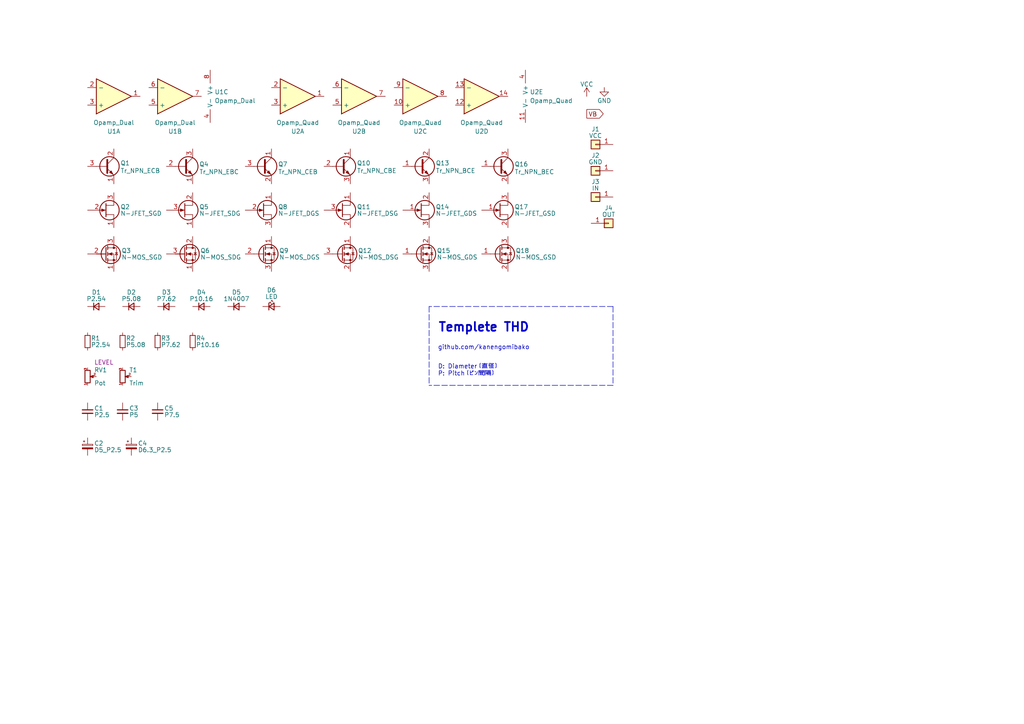
<source format=kicad_sch>
(kicad_sch (version 20250114) (generator "eeschema") (generator_version "9.0")
  (paper "A4")
  (lib_symbols
    (symbol "Connector_Generic:Conn_01x01" (pin_names (offset 1.016) (hide yes))
      (property "Reference" "J" (at 0 2.54 0))
      (property "Value" "Conn_01x01" (at 0 -2.54 0))
      (symbol "Conn_01x01_1_1"
        (rectangle (start -1.27 1.27) (end 1.27 -1.27) (stroke (width 0.254)) (fill (type background)))
        (rectangle (start -1.27 0.127) (end 0 -0.127) (stroke (width 0.1524)))
        (pin passive line (at -5.08 0 0) (length 3.81) (name "Pin_1") (number "1"))
      )
    )
    (symbol "Device:C_Polarized_Small" (pin_numbers (hide yes)) (pin_names (offset 0.254) (hide yes))
      (property "Reference" "C" (at 0.254 1.778 0))
      (property "Value" "C_Polarized_Small" (at 0.254 -2.032 0))
      (symbol "C_Polarized_Small_0_1"
        (rectangle (start -1.524 0.6858) (end 1.524 0.3048))
        (rectangle (start -1.524 -0.3048) (end 1.524 -0.6858) (fill (type outline)))
        (polyline (pts (xy -1.27 1.524) (xy -0.762 1.524)))
        (polyline (pts (xy -1.016 1.27) (xy -1.016 1.778)))
      )
      (symbol "C_Polarized_Small_1_1"
        (pin passive line (at 0 2.54 270) (length 1.8542) (name "~") (number "1"))
        (pin passive line (at 0 -2.54 90) (length 1.8542) (name "~") (number "2"))
      )
    )
    (symbol "Device:C_Small" (pin_numbers (hide yes)) (pin_names (offset 0.254) (hide yes))
      (property "Reference" "C" (at 0.254 1.778 0))
      (property "Value" "C_Small" (at 0.254 -2.032 0))
      (symbol "C_Small_0_1"
        (polyline (pts (xy -1.524 0.508) (xy 1.524 0.508)) (stroke (width 0.3048)))
        (polyline (pts (xy -1.524 -0.508) (xy 1.524 -0.508)) (stroke (width 0.3302)))
      )
      (symbol "C_Small_1_1"
        (pin passive line (at 0 2.54 270) (length 2.032) (name "~") (number "1"))
        (pin passive line (at 0 -2.54 90) (length 2.032) (name "~") (number "2"))
      )
    )
    (symbol "Device:D_Small" (pin_numbers (hide yes)) (pin_names (offset 0.254) (hide yes))
      (property "Reference" "D" (at -1.27 2.032 0))
      (property "Value" "D_Small" (at -3.81 -2.032 0))
      (symbol "D_Small_0_1"
        (polyline (pts (xy -0.762 0) (xy 0.762 0)))
        (polyline (pts (xy -0.762 -1.016) (xy -0.762 1.016)) (stroke (width 0.254)))
        (polyline (pts (xy 0.762 -1.016) (xy -0.762 0) (xy 0.762 1.016) (xy 0.762 -1.016)) (stroke (width 0.254)))
      )
      (symbol "D_Small_1_1"
        (pin passive line (at -2.54 0 0) (length 1.778) (name "K") (number "1"))
        (pin passive line (at 2.54 0 180) (length 1.778) (name "A") (number "2"))
      )
    )
    (symbol "Device:LED_Small" (pin_numbers (hide yes)) (pin_names (offset 0.254) (hide yes))
      (property "Reference" "D" (at -1.27 3.175 0))
      (property "Value" "LED_Small" (at -4.445 -2.54 0))
      (symbol "LED_Small_0_1"
        (polyline (pts (xy -0.762 -1.016) (xy -0.762 1.016)) (stroke (width 0.254)))
        (polyline (pts (xy 0 0.762) (xy -0.508 1.27) (xy -0.254 1.27) (xy -0.508 1.27) (xy -0.508 1.016)))
        (polyline (pts (xy 0.508 1.27) (xy 0 1.778) (xy 0.254 1.778) (xy 0 1.778) (xy 0 1.524)))
        (polyline (pts (xy 0.762 -1.016) (xy -0.762 0) (xy 0.762 1.016) (xy 0.762 -1.016)) (stroke (width 0.254)))
        (polyline (pts (xy 1.016 0) (xy -0.762 0)))
      )
      (symbol "LED_Small_1_1"
        (pin passive line (at -2.54 0 0) (length 1.778) (name "K") (number "1"))
        (pin passive line (at 2.54 0 180) (length 1.778) (name "A") (number "2"))
      )
    )
    (symbol "Device:Opamp_Dual"
      (property "Reference" "U" (at 0 5.08 0))
      (property "Value" "Opamp_Dual" (at 0 -5.08 0))
      (symbol "Opamp_Dual_1_1"
        (polyline (pts (xy -5.08 5.08) (xy 5.08 0) (xy -5.08 -5.08) (xy -5.08 5.08)) (stroke (width 0.254)) (fill (type background)))
        (pin input line (at -7.62 2.54 0) (length 2.54) (name "+") (number "3"))
        (pin input line (at -7.62 -2.54 0) (length 2.54) (name "-") (number "2"))
        (pin output line (at 7.62 0 180) (length 2.54) (name "~") (number "1"))
      )
      (symbol "Opamp_Dual_2_1"
        (polyline (pts (xy -5.08 5.08) (xy 5.08 0) (xy -5.08 -5.08) (xy -5.08 5.08)) (stroke (width 0.254)) (fill (type background)))
        (pin input line (at -7.62 2.54 0) (length 2.54) (name "+") (number "5"))
        (pin input line (at -7.62 -2.54 0) (length 2.54) (name "-") (number "6"))
        (pin output line (at 7.62 0 180) (length 2.54) (name "~") (number "7"))
      )
      (symbol "Opamp_Dual_3_1"
        (pin power_in line (at -2.54 7.62 270) (length 3.81) (name "V+") (number "8"))
        (pin power_in line (at -2.54 -7.62 90) (length 3.81) (name "V-") (number "4"))
      )
    )
    (symbol "Device:Opamp_Quad"
      (property "Reference" "U" (at 0 5.08 0))
      (property "Value" "Opamp_Quad" (at 0 -5.08 0))
      (symbol "Opamp_Quad_1_1"
        (polyline (pts (xy -5.08 5.08) (xy 5.08 0) (xy -5.08 -5.08) (xy -5.08 5.08)) (stroke (width 0.254)) (fill (type background)))
        (pin input line (at -7.62 2.54 0) (length 2.54) (name "+") (number "3"))
        (pin input line (at -7.62 -2.54 0) (length 2.54) (name "-") (number "2"))
        (pin output line (at 7.62 0 180) (length 2.54) (name "~") (number "1"))
      )
      (symbol "Opamp_Quad_2_1"
        (polyline (pts (xy -5.08 5.08) (xy 5.08 0) (xy -5.08 -5.08) (xy -5.08 5.08)) (stroke (width 0.254)) (fill (type background)))
        (pin input line (at -7.62 2.54 0) (length 2.54) (name "+") (number "5"))
        (pin input line (at -7.62 -2.54 0) (length 2.54) (name "-") (number "6"))
        (pin output line (at 7.62 0 180) (length 2.54) (name "~") (number "7"))
      )
      (symbol "Opamp_Quad_3_1"
        (polyline (pts (xy -5.08 5.08) (xy 5.08 0) (xy -5.08 -5.08) (xy -5.08 5.08)) (stroke (width 0.254)) (fill (type background)))
        (pin input line (at -7.62 2.54 0) (length 2.54) (name "+") (number "10"))
        (pin input line (at -7.62 -2.54 0) (length 2.54) (name "-") (number "9"))
        (pin output line (at 7.62 0 180) (length 2.54) (name "~") (number "8"))
      )
      (symbol "Opamp_Quad_4_1"
        (polyline (pts (xy -5.08 5.08) (xy 5.08 0) (xy -5.08 -5.08) (xy -5.08 5.08)) (stroke (width 0.254)) (fill (type background)))
        (pin input line (at -7.62 2.54 0) (length 2.54) (name "+") (number "12"))
        (pin input line (at -7.62 -2.54 0) (length 2.54) (name "-") (number "13"))
        (pin output line (at 7.62 0 180) (length 2.54) (name "~") (number "14"))
      )
      (symbol "Opamp_Quad_5_1"
        (pin power_in line (at -2.54 7.62 270) (length 3.81) (name "V+") (number "4"))
        (pin power_in line (at -2.54 -7.62 90) (length 3.81) (name "V-") (number "11"))
      )
    )
    (symbol "Device:Q_NJFET_DGS" (pin_names (offset 0) (hide yes))
      (property "Reference" "Q" (at 5.08 1.27 0))
      (property "Value" "Q_NJFET_DGS" (at 5.08 -1.27 0))
      (symbol "Q_NJFET_DGS_0_1"
        (polyline (pts (xy 0 0) (xy -1.016 0.381) (xy -1.016 -0.381) (xy 0 0)) (fill (type outline)))
        (polyline (pts (xy 0.254 1.905) (xy 0.254 -1.905) (xy 0.254 -1.905)) (stroke (width 0.254)))
        (circle (center 1.27 0) (radius 2.8194) (stroke (width 0.254)))
        (polyline (pts (xy 2.54 2.54) (xy 2.54 1.397) (xy 0.254 1.397)))
        (polyline (pts (xy 2.54 -2.54) (xy 2.54 -1.27) (xy 0.254 -1.27)))
      )
      (symbol "Q_NJFET_DGS_1_1"
        (pin input line (at -5.08 0 0) (length 5.334) (name "G") (number "2"))
        (pin passive line (at 2.54 5.08 270) (length 2.54) (name "D") (number "1"))
        (pin passive line (at 2.54 -5.08 90) (length 2.54) (name "S") (number "3"))
      )
    )
    (symbol "Device:Q_NJFET_DSG" (pin_names (offset 0) (hide yes))
      (property "Reference" "Q" (at 5.08 1.27 0))
      (property "Value" "Q_NJFET_DSG" (at 5.08 -1.27 0))
      (symbol "Q_NJFET_DSG_0_1"
        (polyline (pts (xy 0 0) (xy -1.016 0.381) (xy -1.016 -0.381) (xy 0 0)) (fill (type outline)))
        (polyline (pts (xy 0.254 1.905) (xy 0.254 -1.905) (xy 0.254 -1.905)) (stroke (width 0.254)))
        (circle (center 1.27 0) (radius 2.8194) (stroke (width 0.254)))
        (polyline (pts (xy 2.54 2.54) (xy 2.54 1.397) (xy 0.254 1.397)))
        (polyline (pts (xy 2.54 -2.54) (xy 2.54 -1.27) (xy 0.254 -1.27)))
      )
      (symbol "Q_NJFET_DSG_1_1"
        (pin input line (at -5.08 0 0) (length 5.334) (name "G") (number "3"))
        (pin passive line (at 2.54 5.08 270) (length 2.54) (name "D") (number "1"))
        (pin passive line (at 2.54 -5.08 90) (length 2.54) (name "S") (number "2"))
      )
    )
    (symbol "Device:Q_NJFET_GDS" (pin_names (offset 0) (hide yes))
      (property "Reference" "Q" (at 5.08 1.27 0))
      (property "Value" "Q_NJFET_GDS" (at 5.08 -1.27 0))
      (symbol "Q_NJFET_GDS_0_1"
        (polyline (pts (xy 0 0) (xy -1.016 0.381) (xy -1.016 -0.381) (xy 0 0)) (fill (type outline)))
        (polyline (pts (xy 0.254 1.905) (xy 0.254 -1.905) (xy 0.254 -1.905)) (stroke (width 0.254)))
        (circle (center 1.27 0) (radius 2.8194) (stroke (width 0.254)))
        (polyline (pts (xy 2.54 2.54) (xy 2.54 1.397) (xy 0.254 1.397)))
        (polyline (pts (xy 2.54 -2.54) (xy 2.54 -1.27) (xy 0.254 -1.27)))
      )
      (symbol "Q_NJFET_GDS_1_1"
        (pin input line (at -5.08 0 0) (length 5.334) (name "G") (number "1"))
        (pin passive line (at 2.54 5.08 270) (length 2.54) (name "D") (number "2"))
        (pin passive line (at 2.54 -5.08 90) (length 2.54) (name "S") (number "3"))
      )
    )
    (symbol "Device:Q_NJFET_GSD" (pin_names (offset 0) (hide yes))
      (property "Reference" "Q" (at 5.08 1.27 0))
      (property "Value" "Q_NJFET_GSD" (at 5.08 -1.27 0))
      (symbol "Q_NJFET_GSD_0_1"
        (polyline (pts (xy 0 0) (xy -1.016 0.381) (xy -1.016 -0.381) (xy 0 0)) (fill (type outline)))
        (polyline (pts (xy 0.254 1.905) (xy 0.254 -1.905) (xy 0.254 -1.905)) (stroke (width 0.254)))
        (circle (center 1.27 0) (radius 2.8194) (stroke (width 0.254)))
        (polyline (pts (xy 2.54 2.54) (xy 2.54 1.397) (xy 0.254 1.397)))
        (polyline (pts (xy 2.54 -2.54) (xy 2.54 -1.27) (xy 0.254 -1.27)))
      )
      (symbol "Q_NJFET_GSD_1_1"
        (pin input line (at -5.08 0 0) (length 5.334) (name "G") (number "1"))
        (pin passive line (at 2.54 5.08 270) (length 2.54) (name "D") (number "3"))
        (pin passive line (at 2.54 -5.08 90) (length 2.54) (name "S") (number "2"))
      )
    )
    (symbol "Device:Q_NJFET_SDG" (pin_names (offset 0) (hide yes))
      (property "Reference" "Q" (at 5.08 1.27 0))
      (property "Value" "Q_NJFET_SDG" (at 5.08 -1.27 0))
      (symbol "Q_NJFET_SDG_0_1"
        (polyline (pts (xy 0 0) (xy -1.016 0.381) (xy -1.016 -0.381) (xy 0 0)) (fill (type outline)))
        (polyline (pts (xy 0.254 1.905) (xy 0.254 -1.905) (xy 0.254 -1.905)) (stroke (width 0.254)))
        (circle (center 1.27 0) (radius 2.8194) (stroke (width 0.254)))
        (polyline (pts (xy 2.54 2.54) (xy 2.54 1.397) (xy 0.254 1.397)))
        (polyline (pts (xy 2.54 -2.54) (xy 2.54 -1.27) (xy 0.254 -1.27)))
      )
      (symbol "Q_NJFET_SDG_1_1"
        (pin input line (at -5.08 0 0) (length 5.334) (name "G") (number "3"))
        (pin passive line (at 2.54 5.08 270) (length 2.54) (name "D") (number "2"))
        (pin passive line (at 2.54 -5.08 90) (length 2.54) (name "S") (number "1"))
      )
    )
    (symbol "Device:Q_NJFET_SGD" (pin_names (offset 0) (hide yes))
      (property "Reference" "Q" (at 5.08 1.27 0))
      (property "Value" "Q_NJFET_SGD" (at 5.08 -1.27 0))
      (symbol "Q_NJFET_SGD_0_1"
        (polyline (pts (xy 0 0) (xy -1.016 0.381) (xy -1.016 -0.381) (xy 0 0)) (fill (type outline)))
        (polyline (pts (xy 0.254 1.905) (xy 0.254 -1.905) (xy 0.254 -1.905)) (stroke (width 0.254)))
        (circle (center 1.27 0) (radius 2.8194) (stroke (width 0.254)))
        (polyline (pts (xy 2.54 2.54) (xy 2.54 1.397) (xy 0.254 1.397)))
        (polyline (pts (xy 2.54 -2.54) (xy 2.54 -1.27) (xy 0.254 -1.27)))
      )
      (symbol "Q_NJFET_SGD_1_1"
        (pin input line (at -5.08 0 0) (length 5.334) (name "G") (number "2"))
        (pin passive line (at 2.54 5.08 270) (length 2.54) (name "D") (number "3"))
        (pin passive line (at 2.54 -5.08 90) (length 2.54) (name "S") (number "1"))
      )
    )
    (symbol "Device:R_Potentiometer_Small" (pin_names (offset 1.016) (hide yes))
      (property "Reference" "RV" (at -4.445 0 90))
      (property "Value" "R_Potentiometer_Small" (at -2.54 0 90))
      (symbol "R_Potentiometer_Small_0_1"
        (rectangle (start 0.762 1.8034) (end -0.762 -1.8034) (stroke (width 0.254)))
        (polyline (pts (xy 0.889 0) (xy 0.635 0) (xy 1.651 0.381) (xy 1.651 -0.381) (xy 0.635 0) (xy 0.889 0)) (fill (type outline)))
      )
      (symbol "R_Potentiometer_Small_1_1"
        (pin passive line (at 0 2.54 270) (length 0.635) (name "1") (number "1"))
        (pin passive line (at 0 -2.54 90) (length 0.635) (name "3") (number "3"))
        (pin passive line (at 2.54 0 180) (length 0.9906) (name "2") (number "2"))
      )
    )
    (symbol "Device:R_Small" (pin_numbers (hide yes)) (pin_names (offset 0.254) (hide yes))
      (property "Reference" "R" (at 0 0 90))
      (property "Value" "R_Small" (at 1.778 0 90))
      (symbol "R_Small_0_1"
        (rectangle (start -0.762 1.778) (end 0.762 -1.778) (stroke (width 0.2032)))
      )
      (symbol "R_Small_1_1"
        (pin passive line (at 0 2.54 270) (length 0.762) (name "~") (number "1"))
        (pin passive line (at 0 -2.54 90) (length 0.762) (name "~") (number "2"))
      )
    )
    (symbol "Q_NMOS_SGD_1" (pin_names (offset 0) (hide yes))
      (property "Reference" "Q14" (at 4.7625 0.9525 0))
      (property "Value" "N-MOS_SDG" (at 4.7625 -0.9525 0))
      (symbol "Q_NMOS_SGD_1_0_1"
        (polyline (pts (xy 0.254 1.905) (xy 0.254 -1.905)) (stroke (width 0.254)))
        (polyline (pts (xy 0.254 0) (xy -2.54 0)))
        (polyline (pts (xy 0.762 2.286) (xy 0.762 1.27)) (stroke (width 0.254)))
        (polyline (pts (xy 0.762 0.508) (xy 0.762 -0.508)) (stroke (width 0.254)))
        (polyline (pts (xy 0.762 -1.27) (xy 0.762 -2.286)) (stroke (width 0.254)))
        (polyline (pts (xy 0.762 -1.778) (xy 3.302 -1.778) (xy 3.302 1.778) (xy 0.762 1.778)))
        (polyline (pts (xy 1.016 0) (xy 2.032 0.381) (xy 2.032 -0.381) (xy 1.016 0)) (fill (type outline)))
        (circle (center 1.651 0) (radius 2.794) (stroke (width 0.254)))
        (polyline (pts (xy 2.54 2.54) (xy 2.54 1.778)))
        (circle (center 2.54 1.778) (radius 0.254) (fill (type outline)))
        (circle (center 2.54 -1.778) (radius 0.254) (fill (type outline)))
        (polyline (pts (xy 2.54 -2.54) (xy 2.54 0) (xy 0.762 0)))
        (polyline (pts (xy 2.921 0.381) (xy 3.683 0.381)))
        (polyline (pts (xy 3.302 0.381) (xy 2.921 -0.254) (xy 3.683 -0.254) (xy 3.302 0.381)))
      )
      (symbol "Q_NMOS_SGD_1_1_1"
        (pin input line (at -5.08 0 0) (length 5.08) (name "G") (number "3"))
        (pin passive line (at 2.54 5.08 270) (length 2.54) (name "D") (number "2"))
        (pin passive line (at 2.54 -5.08 90) (length 2.54) (name "S") (number "1"))
      )
    )
    (symbol "Transistor_BJT:Q_NPN_BCE" (pin_names (offset 0) (hide yes))
      (property "Reference" "Q" (at 5.08 1.27 0))
      (property "Value" "Q_NPN_BCE" (at 5.08 -1.27 0))
      (symbol "Q_NPN_BCE_0_1"
        (polyline (pts (xy -2.54 0) (xy 0.635 0)))
        (polyline (pts (xy 0.635 1.905) (xy 0.635 -1.905)) (stroke (width 0.508)))
        (circle (center 1.27 0) (radius 2.8194) (stroke (width 0.254)))
      )
      (symbol "Q_NPN_BCE_1_1"
        (polyline (pts (xy 0.635 0.635) (xy 2.54 2.54)))
        (polyline (pts (xy 0.635 -0.635) (xy 2.54 -2.54)))
        (polyline (pts (xy 1.27 -1.778) (xy 1.778 -1.27) (xy 2.286 -2.286) (xy 1.27 -1.778)) (fill (type outline)))
        (pin input line (at -5.08 0 0) (length 2.54) (name "B") (number "1"))
        (pin passive line (at 2.54 5.08 270) (length 2.54) (name "C") (number "2"))
        (pin passive line (at 2.54 -5.08 90) (length 2.54) (name "E") (number "3"))
      )
    )
    (symbol "Transistor_BJT:Q_NPN_BEC" (pin_names (offset 0) (hide yes))
      (property "Reference" "Q" (at 5.08 1.27 0))
      (property "Value" "Q_NPN_BEC" (at 5.08 -1.27 0))
      (symbol "Q_NPN_BEC_0_1"
        (polyline (pts (xy -2.54 0) (xy 0.635 0)))
        (polyline (pts (xy 0.635 1.905) (xy 0.635 -1.905)) (stroke (width 0.508)))
        (circle (center 1.27 0) (radius 2.8194) (stroke (width 0.254)))
      )
      (symbol "Q_NPN_BEC_1_1"
        (polyline (pts (xy 0.635 0.635) (xy 2.54 2.54)))
        (polyline (pts (xy 0.635 -0.635) (xy 2.54 -2.54)))
        (polyline (pts (xy 1.27 -1.778) (xy 1.778 -1.27) (xy 2.286 -2.286) (xy 1.27 -1.778)) (fill (type outline)))
        (pin input line (at -5.08 0 0) (length 2.54) (name "B") (number "1"))
        (pin passive line (at 2.54 5.08 270) (length 2.54) (name "C") (number "3"))
        (pin passive line (at 2.54 -5.08 90) (length 2.54) (name "E") (number "2"))
      )
    )
    (symbol "Transistor_BJT:Q_NPN_CBE" (pin_names (offset 0) (hide yes))
      (property "Reference" "Q" (at 5.08 1.27 0))
      (property "Value" "Q_NPN_CBE" (at 5.08 -1.27 0))
      (symbol "Q_NPN_CBE_0_1"
        (polyline (pts (xy -2.54 0) (xy 0.635 0)))
        (polyline (pts (xy 0.635 1.905) (xy 0.635 -1.905)) (stroke (width 0.508)))
        (circle (center 1.27 0) (radius 2.8194) (stroke (width 0.254)))
      )
      (symbol "Q_NPN_CBE_1_1"
        (polyline (pts (xy 0.635 0.635) (xy 2.54 2.54)))
        (polyline (pts (xy 0.635 -0.635) (xy 2.54 -2.54)))
        (polyline (pts (xy 1.27 -1.778) (xy 1.778 -1.27) (xy 2.286 -2.286) (xy 1.27 -1.778)) (fill (type outline)))
        (pin input line (at -5.08 0 0) (length 2.54) (name "B") (number "2"))
        (pin passive line (at 2.54 5.08 270) (length 2.54) (name "C") (number "1"))
        (pin passive line (at 2.54 -5.08 90) (length 2.54) (name "E") (number "3"))
      )
    )
    (symbol "Transistor_BJT:Q_NPN_CEB" (pin_names (offset 0) (hide yes))
      (property "Reference" "Q" (at 5.08 1.27 0))
      (property "Value" "Q_NPN_CEB" (at 5.08 -1.27 0))
      (symbol "Q_NPN_CEB_0_1"
        (polyline (pts (xy -2.54 0) (xy 0.635 0)))
        (polyline (pts (xy 0.635 1.905) (xy 0.635 -1.905)) (stroke (width 0.508)))
        (circle (center 1.27 0) (radius 2.8194) (stroke (width 0.254)))
      )
      (symbol "Q_NPN_CEB_1_1"
        (polyline (pts (xy 0.635 0.635) (xy 2.54 2.54)))
        (polyline (pts (xy 0.635 -0.635) (xy 2.54 -2.54)))
        (polyline (pts (xy 1.27 -1.778) (xy 1.778 -1.27) (xy 2.286 -2.286) (xy 1.27 -1.778)) (fill (type outline)))
        (pin input line (at -5.08 0 0) (length 2.54) (name "B") (number "3"))
        (pin passive line (at 2.54 5.08 270) (length 2.54) (name "C") (number "1"))
        (pin passive line (at 2.54 -5.08 90) (length 2.54) (name "E") (number "2"))
      )
    )
    (symbol "Transistor_BJT:Q_NPN_EBC" (pin_names (offset 0) (hide yes))
      (property "Reference" "Q" (at 5.08 1.27 0))
      (property "Value" "Q_NPN_EBC" (at 5.08 -1.27 0))
      (symbol "Q_NPN_EBC_0_1"
        (polyline (pts (xy -2.54 0) (xy 0.635 0)))
        (polyline (pts (xy 0.635 1.905) (xy 0.635 -1.905)) (stroke (width 0.508)))
        (circle (center 1.27 0) (radius 2.8194) (stroke (width 0.254)))
      )
      (symbol "Q_NPN_EBC_1_1"
        (polyline (pts (xy 0.635 0.635) (xy 2.54 2.54)))
        (polyline (pts (xy 0.635 -0.635) (xy 2.54 -2.54)))
        (polyline (pts (xy 1.27 -1.778) (xy 1.778 -1.27) (xy 2.286 -2.286) (xy 1.27 -1.778)) (fill (type outline)))
        (pin input line (at -5.08 0 0) (length 2.54) (name "B") (number "2"))
        (pin passive line (at 2.54 5.08 270) (length 2.54) (name "C") (number "3"))
        (pin passive line (at 2.54 -5.08 90) (length 2.54) (name "E") (number "1"))
      )
    )
    (symbol "Transistor_BJT:Q_NPN_ECB" (pin_names (offset 0) (hide yes))
      (property "Reference" "Q" (at 5.08 1.27 0))
      (property "Value" "Q_NPN_ECB" (at 5.08 -1.27 0))
      (symbol "Q_NPN_ECB_0_1"
        (polyline (pts (xy -2.54 0) (xy 0.635 0)))
        (polyline (pts (xy 0.635 1.905) (xy 0.635 -1.905)) (stroke (width 0.508)))
        (circle (center 1.27 0) (radius 2.8194) (stroke (width 0.254)))
      )
      (symbol "Q_NPN_ECB_1_1"
        (polyline (pts (xy 0.635 0.635) (xy 2.54 2.54)))
        (polyline (pts (xy 0.635 -0.635) (xy 2.54 -2.54)))
        (polyline (pts (xy 1.27 -1.778) (xy 1.778 -1.27) (xy 2.286 -2.286) (xy 1.27 -1.778)) (fill (type outline)))
        (pin input line (at -5.08 0 0) (length 2.54) (name "B") (number "3"))
        (pin passive line (at 2.54 5.08 270) (length 2.54) (name "C") (number "2"))
        (pin passive line (at 2.54 -5.08 90) (length 2.54) (name "E") (number "1"))
      )
    )
    (symbol "Transistor_FET:Q_NMOS_DGS" (pin_names (offset 0) (hide yes))
      (property "Reference" "Q" (at 5.08 1.905 0))
      (property "Value" "Q_NMOS_DGS" (at 5.08 0 0))
      (symbol "Q_NMOS_DGS_0_1"
        (polyline (pts (xy 0.254 1.905) (xy 0.254 -1.905)) (stroke (width 0.254)))
        (polyline (pts (xy 0.254 0) (xy -2.54 0)))
        (polyline (pts (xy 0.762 2.286) (xy 0.762 1.27)) (stroke (width 0.254)))
        (polyline (pts (xy 0.762 0.508) (xy 0.762 -0.508)) (stroke (width 0.254)))
        (polyline (pts (xy 0.762 -1.27) (xy 0.762 -2.286)) (stroke (width 0.254)))
        (polyline (pts (xy 0.762 -1.778) (xy 3.302 -1.778) (xy 3.302 1.778) (xy 0.762 1.778)))
        (polyline (pts (xy 1.016 0) (xy 2.032 0.381) (xy 2.032 -0.381) (xy 1.016 0)) (fill (type outline)))
        (circle (center 1.651 0) (radius 2.794) (stroke (width 0.254)))
        (polyline (pts (xy 2.54 2.54) (xy 2.54 1.778)))
        (circle (center 2.54 1.778) (radius 0.254) (fill (type outline)))
        (circle (center 2.54 -1.778) (radius 0.254) (fill (type outline)))
        (polyline (pts (xy 2.54 -2.54) (xy 2.54 0) (xy 0.762 0)))
        (polyline (pts (xy 2.921 0.381) (xy 3.683 0.381)))
        (polyline (pts (xy 3.302 0.381) (xy 2.921 -0.254) (xy 3.683 -0.254) (xy 3.302 0.381)))
      )
      (symbol "Q_NMOS_DGS_1_1"
        (pin input line (at -5.08 0 0) (length 2.54) (name "G") (number "2"))
        (pin passive line (at 2.54 5.08 270) (length 2.54) (name "D") (number "1"))
        (pin passive line (at 2.54 -5.08 90) (length 2.54) (name "S") (number "3"))
      )
    )
    (symbol "Transistor_FET:Q_NMOS_DSG" (pin_names (offset 0) (hide yes))
      (property "Reference" "Q" (at 5.08 1.905 0))
      (property "Value" "Q_NMOS_DSG" (at 5.08 0 0))
      (symbol "Q_NMOS_DSG_0_1"
        (polyline (pts (xy 0.254 1.905) (xy 0.254 -1.905)) (stroke (width 0.254)))
        (polyline (pts (xy 0.254 0) (xy -2.54 0)))
        (polyline (pts (xy 0.762 2.286) (xy 0.762 1.27)) (stroke (width 0.254)))
        (polyline (pts (xy 0.762 0.508) (xy 0.762 -0.508)) (stroke (width 0.254)))
        (polyline (pts (xy 0.762 -1.27) (xy 0.762 -2.286)) (stroke (width 0.254)))
        (polyline (pts (xy 0.762 -1.778) (xy 3.302 -1.778) (xy 3.302 1.778) (xy 0.762 1.778)))
        (polyline (pts (xy 1.016 0) (xy 2.032 0.381) (xy 2.032 -0.381) (xy 1.016 0)) (fill (type outline)))
        (circle (center 1.651 0) (radius 2.794) (stroke (width 0.254)))
        (polyline (pts (xy 2.54 2.54) (xy 2.54 1.778)))
        (circle (center 2.54 1.778) (radius 0.254) (fill (type outline)))
        (circle (center 2.54 -1.778) (radius 0.254) (fill (type outline)))
        (polyline (pts (xy 2.54 -2.54) (xy 2.54 0) (xy 0.762 0)))
        (polyline (pts (xy 2.921 0.381) (xy 3.683 0.381)))
        (polyline (pts (xy 3.302 0.381) (xy 2.921 -0.254) (xy 3.683 -0.254) (xy 3.302 0.381)))
      )
      (symbol "Q_NMOS_DSG_1_1"
        (pin input line (at -5.08 0 0) (length 2.54) (name "G") (number "3"))
        (pin passive line (at 2.54 5.08 270) (length 2.54) (name "D") (number "1"))
        (pin passive line (at 2.54 -5.08 90) (length 2.54) (name "S") (number "2"))
      )
    )
    (symbol "Transistor_FET:Q_NMOS_GDS" (pin_names (offset 0) (hide yes))
      (property "Reference" "Q" (at 5.08 1.905 0))
      (property "Value" "Q_NMOS_GDS" (at 5.08 0 0))
      (symbol "Q_NMOS_GDS_0_1"
        (polyline (pts (xy 0.254 1.905) (xy 0.254 -1.905)) (stroke (width 0.254)))
        (polyline (pts (xy 0.254 0) (xy -2.54 0)))
        (polyline (pts (xy 0.762 2.286) (xy 0.762 1.27)) (stroke (width 0.254)))
        (polyline (pts (xy 0.762 0.508) (xy 0.762 -0.508)) (stroke (width 0.254)))
        (polyline (pts (xy 0.762 -1.27) (xy 0.762 -2.286)) (stroke (width 0.254)))
        (polyline (pts (xy 0.762 -1.778) (xy 3.302 -1.778) (xy 3.302 1.778) (xy 0.762 1.778)))
        (polyline (pts (xy 1.016 0) (xy 2.032 0.381) (xy 2.032 -0.381) (xy 1.016 0)) (fill (type outline)))
        (circle (center 1.651 0) (radius 2.794) (stroke (width 0.254)))
        (polyline (pts (xy 2.54 2.54) (xy 2.54 1.778)))
        (circle (center 2.54 1.778) (radius 0.254) (fill (type outline)))
        (circle (center 2.54 -1.778) (radius 0.254) (fill (type outline)))
        (polyline (pts (xy 2.54 -2.54) (xy 2.54 0) (xy 0.762 0)))
        (polyline (pts (xy 2.921 0.381) (xy 3.683 0.381)))
        (polyline (pts (xy 3.302 0.381) (xy 2.921 -0.254) (xy 3.683 -0.254) (xy 3.302 0.381)))
      )
      (symbol "Q_NMOS_GDS_1_1"
        (pin input line (at -5.08 0 0) (length 2.54) (name "G") (number "1"))
        (pin passive line (at 2.54 5.08 270) (length 2.54) (name "D") (number "2"))
        (pin passive line (at 2.54 -5.08 90) (length 2.54) (name "S") (number "3"))
      )
    )
    (symbol "Transistor_FET:Q_NMOS_GSD" (pin_names (offset 0) (hide yes))
      (property "Reference" "Q" (at 5.08 1.905 0))
      (property "Value" "Q_NMOS_GSD" (at 5.08 0 0))
      (symbol "Q_NMOS_GSD_0_1"
        (polyline (pts (xy 0.254 1.905) (xy 0.254 -1.905)) (stroke (width 0.254)))
        (polyline (pts (xy 0.254 0) (xy -2.54 0)))
        (polyline (pts (xy 0.762 2.286) (xy 0.762 1.27)) (stroke (width 0.254)))
        (polyline (pts (xy 0.762 0.508) (xy 0.762 -0.508)) (stroke (width 0.254)))
        (polyline (pts (xy 0.762 -1.27) (xy 0.762 -2.286)) (stroke (width 0.254)))
        (polyline (pts (xy 0.762 -1.778) (xy 3.302 -1.778) (xy 3.302 1.778) (xy 0.762 1.778)))
        (polyline (pts (xy 1.016 0) (xy 2.032 0.381) (xy 2.032 -0.381) (xy 1.016 0)) (fill (type outline)))
        (circle (center 1.651 0) (radius 2.794) (stroke (width 0.254)))
        (polyline (pts (xy 2.54 2.54) (xy 2.54 1.778)))
        (circle (center 2.54 1.778) (radius 0.254) (fill (type outline)))
        (circle (center 2.54 -1.778) (radius 0.254) (fill (type outline)))
        (polyline (pts (xy 2.54 -2.54) (xy 2.54 0) (xy 0.762 0)))
        (polyline (pts (xy 2.921 0.381) (xy 3.683 0.381)))
        (polyline (pts (xy 3.302 0.381) (xy 2.921 -0.254) (xy 3.683 -0.254) (xy 3.302 0.381)))
      )
      (symbol "Q_NMOS_GSD_1_1"
        (pin input line (at -5.08 0 0) (length 2.54) (name "G") (number "1"))
        (pin passive line (at 2.54 5.08 270) (length 2.54) (name "D") (number "3"))
        (pin passive line (at 2.54 -5.08 90) (length 2.54) (name "S") (number "2"))
      )
    )
    (symbol "Transistor_FET:Q_NMOS_SGD" (pin_names (offset 0) (hide yes))
      (property "Reference" "Q" (at 5.08 1.905 0))
      (property "Value" "Q_NMOS_SGD" (at 5.08 0 0))
      (symbol "Q_NMOS_SGD_0_1"
        (polyline (pts (xy 0.254 1.905) (xy 0.254 -1.905)) (stroke (width 0.254)))
        (polyline (pts (xy 0.254 0) (xy -2.54 0)))
        (polyline (pts (xy 0.762 2.286) (xy 0.762 1.27)) (stroke (width 0.254)))
        (polyline (pts (xy 0.762 0.508) (xy 0.762 -0.508)) (stroke (width 0.254)))
        (polyline (pts (xy 0.762 -1.27) (xy 0.762 -2.286)) (stroke (width 0.254)))
        (polyline (pts (xy 0.762 -1.778) (xy 3.302 -1.778) (xy 3.302 1.778) (xy 0.762 1.778)))
        (polyline (pts (xy 1.016 0) (xy 2.032 0.381) (xy 2.032 -0.381) (xy 1.016 0)) (fill (type outline)))
        (circle (center 1.651 0) (radius 2.794) (stroke (width 0.254)))
        (polyline (pts (xy 2.54 2.54) (xy 2.54 1.778)))
        (circle (center 2.54 1.778) (radius 0.254) (fill (type outline)))
        (circle (center 2.54 -1.778) (radius 0.254) (fill (type outline)))
        (polyline (pts (xy 2.54 -2.54) (xy 2.54 0) (xy 0.762 0)))
        (polyline (pts (xy 2.921 0.381) (xy 3.683 0.381)))
        (polyline (pts (xy 3.302 0.381) (xy 2.921 -0.254) (xy 3.683 -0.254) (xy 3.302 0.381)))
      )
      (symbol "Q_NMOS_SGD_1_1"
        (pin input line (at -5.08 0 0) (length 5.08) (name "G") (number "2"))
        (pin passive line (at 2.54 5.08 270) (length 2.54) (name "D") (number "3"))
        (pin passive line (at 2.54 -5.08 90) (length 2.54) (name "S") (number "1"))
      )
    )
    (symbol "power:GND" (power) (pin_numbers (hide yes)) (pin_names (offset 0) (hide yes))
      (property "Value" "GND" (at 0 -3.81 0))
      (symbol "GND_0_1"
        (polyline (pts (xy 0 0) (xy 0 -1.27) (xy 1.27 -1.27) (xy 0 -2.54) (xy -1.27 -1.27) (xy 0 -1.27)))
      )
      (symbol "GND_1_1"
        (pin power_in line (at 0 0 270) (length 0) (name "~") (number "1"))
      )
    )
    (symbol "power:VCC" (power) (pin_numbers (hide yes)) (pin_names (offset 0) (hide yes))
      (property "Value" "VCC" (at 0 3.556 0))
      (symbol "VCC_0_1"
        (polyline (pts (xy -0.762 1.27) (xy 0 2.54)))
        (polyline (pts (xy 0 2.54) (xy 0.762 1.27)))
        (polyline (pts (xy 0 0) (xy 0 2.54)))
      )
      (symbol "VCC_1_1"
        (pin power_in line (at 0 0 90) (length 0) (name "~") (number "1"))
      )
    )
  )
  (text "D: Diameter（直径）\nP: Pitch（ピン間隔）" (at 127 109.22 0) (effects (font (size 1.27 1.27)) (justify left bottom)))
  (text "github.com/kanengomibako" (at 127 101.6 0) (effects (font (size 1.27 1.27)) (justify left bottom)))
  (text "Templete THD" (at 127 96.52 0) (effects (font (size 2.54 2.54) (thickness 0.508) (bold yes)) (justify left bottom)))
  (polyline (pts (xy 177.8 88.9) (xy 177.8 111.76)) (stroke (width 0) (type dash)))
  (polyline (pts (xy 177.8 88.9) (xy 124.46 88.9)) (stroke (width 0) (type dash)))
  (polyline (pts (xy 124.46 88.9) (xy 124.46 111.76)) (stroke (width 0) (type dash)))
  (polyline (pts (xy 177.8 111.76) (xy 124.46 111.76)) (stroke (width 0) (type dash)))
  (global_label "VB" (shape output) (at 170.18 33.02 0) (property "Intersheetrefs" "${INTERSHEET_REFS}" (effects (hide yes))))
  (symbol (lib_id "Device:Opamp_Quad") (at 154.94 27.94 0) (unit 5)
    (property "Reference" "U2" (at 153.67 26.6699 0) (effects (justify left)))
    (property "Value" "Opamp_Quad" (at 153.67 29.2099 0) (effects (justify left)))
    (property "Footprint" "Package_DIP:DIP-14_W7.62mm_Socket" (effects (hide yes)))
    (property "Description" "Quad operational amplifier" (effects (hide yes)))
    (property "Sim.Library" "${KICAD9_SYMBOL_DIR}/Simulation_SPICE.sp" (effects (hide yes)))
    (property "Sim.Name" "kicad_builtin_opamp_quad" (effects (hide yes)))
    (property "Sim.Device" "SUBCKT" (effects (hide yes)))
    (property "Sim.Pins" "1=out1 2=in1- 3=in1+ 4=vcc 5=in2+ 6=in2- 7=out2 8=out3 9=in3- 10=in3+ 11=vee 12=in4+ 13=in4- 14=out4" (effects (hide yes)))
  )
  (symbol (lib_id "Device:R_Small") (at 55.88 99.06 0) (unit 1)
    (property "Reference" "R4" (at 56.8325 98.1075 0) (effects (justify left)))
    (property "Value" "P10.16" (at 56.8325 100.0125 0) (effects (justify left)))
    (property "Footprint" "Resistor_THT:R_Axial_DIN0207_L6.3mm_D2.5mm_P10.16mm_Horizontal" (effects (hide yes)))
    (property "Description" "Resistor, small symbol" (effects (hide yes)))
  )
  (symbol (lib_id "Device:Q_NJFET_DSG") (at 99.06 60.96 0) (unit 1)
    (property "Reference" "Q11" (at 103.505 60.0075 0) (effects (justify left)))
    (property "Value" "N-JFET_DSG" (at 103.505 61.9125 0) (effects (justify left)))
    (property "Footprint" "Package_TO_SOT_THT:TO-92_Inline_Wide" (effects (hide yes)))
    (property "Description" "N-JFET transistor, drain/source/gate" (effects (hide yes)))
  )
  (symbol (lib_id "Transistor_BJT:Q_NPN_BCE") (at 121.92 48.26 0) (unit 1)
    (property "Reference" "Q13" (at 126.365 47.3075 0) (effects (justify left)))
    (property "Value" "Tr_NPN_BCE" (at 126.365 49.53 0) (effects (justify left)))
    (property "Footprint" "Package_TO_SOT_THT:TO-92_Inline_Wide" (effects (hide yes)))
    (property "Description" "NPN transistor, base/collector/emitter" (effects (hide yes)))
  )
  (symbol (lib_id "Transistor_FET:Q_NMOS_DGS") (at 76.2 73.66 0) (unit 1)
    (property "Reference" "Q9" (at 80.9625 72.7075 0) (effects (justify left)))
    (property "Value" "N-MOS_DGS" (at 80.9625 74.6125 0) (effects (justify left)))
    (property "Footprint" "Package_TO_SOT_THT:TO-92_Inline_Wide" (effects (hide yes)))
    (property "Description" "N-MOSFET transistor, drain/gate/source" (effects (hide yes)))
  )
  (symbol (lib_id "Device:Opamp_Quad") (at 121.92 27.94 0) (mirror x) (unit 3)
    (property "Reference" "U2" (at 121.92 38.1 0))
    (property "Value" "Opamp_Quad" (at 121.92 35.56 0))
    (property "Footprint" "Package_DIP:DIP-14_W7.62mm_Socket" (effects (hide yes)))
    (property "Description" "Quad operational amplifier" (effects (hide yes)))
    (property "Sim.Library" "${KICAD9_SYMBOL_DIR}/Simulation_SPICE.sp" (effects (hide yes)))
    (property "Sim.Name" "kicad_builtin_opamp_quad" (effects (hide yes)))
    (property "Sim.Device" "SUBCKT" (effects (hide yes)))
    (property "Sim.Pins" "1=out1 2=in1- 3=in1+ 4=vcc 5=in2+ 6=in2- 7=out2 8=out3 9=in3- 10=in3+ 11=vee 12=in4+ 13=in4- 14=out4" (effects (hide yes)))
  )
  (symbol (lib_id "Device:Q_NJFET_SGD") (at 30.48 60.96 0) (unit 1)
    (property "Reference" "Q2" (at 34.925 60.0075 0) (effects (justify left)))
    (property "Value" "N-JFET_SGD" (at 34.925 61.9125 0) (effects (justify left)))
    (property "Footprint" "Package_TO_SOT_THT:TO-92_Inline_Wide" (effects (hide yes)))
    (property "Description" "N-JFET transistor, source/gate/drain" (effects (hide yes)))
  )
  (symbol (lib_id "Device:Opamp_Quad") (at 139.7 27.94 0) (mirror x) (unit 4)
    (property "Reference" "U2" (at 139.7 38.1 0))
    (property "Value" "Opamp_Quad" (at 139.7 35.56 0))
    (property "Footprint" "Package_DIP:DIP-14_W7.62mm_Socket" (effects (hide yes)))
    (property "Description" "Quad operational amplifier" (effects (hide yes)))
    (property "Sim.Library" "${KICAD9_SYMBOL_DIR}/Simulation_SPICE.sp" (effects (hide yes)))
    (property "Sim.Name" "kicad_builtin_opamp_quad" (effects (hide yes)))
    (property "Sim.Device" "SUBCKT" (effects (hide yes)))
    (property "Sim.Pins" "1=out1 2=in1- 3=in1+ 4=vcc 5=in2+ 6=in2- 7=out2 8=out3 9=in3- 10=in3+ 11=vee 12=in4+ 13=in4- 14=out4" (effects (hide yes)))
  )
  (symbol (lib_id "Device:D_Small") (at 58.42 88.9 0) (unit 1)
    (property "Reference" "D4" (at 58.42 84.7725 0))
    (property "Value" "P10.16" (at 58.42 86.6775 0))
    (property "Footprint" "Diode_THT:D_DO-34_SOD68_P10.16mm_Horizontal" (effects (hide yes)))
    (property "Description" "Diode, small symbol" (effects (hide yes)))
    (property "Sim.Device" "D" (effects (hide yes)))
    (property "Sim.Pins" "1=K 2=A" (effects (hide yes)))
  )
  (symbol (lib_id "Transistor_FET:Q_NMOS_GDS") (at 121.92 73.66 0) (unit 1)
    (property "Reference" "Q15" (at 126.6825 72.7075 0) (effects (justify left)))
    (property "Value" "N-MOS_GDS" (at 126.6825 74.6125 0) (effects (justify left)))
    (property "Footprint" "Package_TO_SOT_THT:TO-92_Inline_Wide" (effects (hide yes)))
    (property "Description" "N-MOSFET transistor, gate/drain/source" (effects (hide yes)))
  )
  (symbol (lib_id "Device:C_Small") (at 45.72 119.38 0) (unit 1)
    (property "Reference" "C5" (at 47.625 118.4275 0) (effects (justify left)))
    (property "Value" "P7.5" (at 47.625 120.3325 0) (effects (justify left)))
    (property "Footprint" "Capacitor_THT:C_Rect_L9.0mm_W2.5mm_P7.50mm_MKT" (effects (hide yes)))
    (property "Description" "Unpolarized capacitor, small symbol" (effects (hide yes)))
  )
  (symbol (lib_id "Device:R_Small") (at 35.56 99.06 0) (unit 1)
    (property "Reference" "R2" (at 36.5125 98.1075 0) (effects (justify left)))
    (property "Value" "P5.08" (at 36.5125 100.0125 0) (effects (justify left)))
    (property "Footprint" "Resistor_THT:R_Axial_DIN0204_L3.6mm_D1.6mm_P5.08mm_Horizontal" (effects (hide yes)))
    (property "Description" "Resistor, small symbol" (effects (hide yes)))
  )
  (symbol (lib_id "Device:D_Small") (at 48.26 88.9 0) (unit 1)
    (property "Reference" "D3" (at 48.26 84.7725 0))
    (property "Value" "P7.62" (at 48.26 86.6775 0))
    (property "Footprint" "Diode_THT:D_DO-34_SOD68_P7.62mm_Horizontal" (effects (hide yes)))
    (property "Description" "Diode, small symbol" (effects (hide yes)))
    (property "Sim.Device" "D" (effects (hide yes)))
    (property "Sim.Pins" "1=K 2=A" (effects (hide yes)))
  )
  (symbol (lib_id "Device:R_Small") (at 25.4 99.06 0) (unit 1)
    (property "Reference" "R1" (at 26.3525 98.1075 0) (effects (justify left)))
    (property "Value" "P2.54" (at 26.3525 100.0125 0) (effects (justify left)))
    (property "Footprint" "Resistor_THT:R_Axial_DIN0204_L3.6mm_D1.6mm_P2.54mm_Vertical" (effects (hide yes)))
    (property "Description" "Resistor, small symbol" (effects (hide yes)))
  )
  (symbol (lib_id "Device:Q_NJFET_GSD") (at 144.78 60.96 0) (unit 1)
    (property "Reference" "Q17" (at 149.225 60.0075 0) (effects (justify left)))
    (property "Value" "N-JFET_GSD" (at 149.225 61.9125 0) (effects (justify left)))
    (property "Footprint" "Package_TO_SOT_THT:TO-92_Inline_Wide" (effects (hide yes)))
    (property "Description" "N-JFET transistor, gate/source/drain" (effects (hide yes)))
  )
  (symbol (lib_id "Device:Q_NJFET_DGS") (at 76.2 60.96 0) (unit 1)
    (property "Reference" "Q8" (at 80.645 60.0075 0) (effects (justify left)))
    (property "Value" "N-JFET_DGS" (at 80.645 61.9125 0) (effects (justify left)))
    (property "Footprint" "Package_TO_SOT_THT:TO-92_Inline_Wide" (effects (hide yes)))
    (property "Description" "N-JFET transistor, drain/gate/source" (effects (hide yes)))
  )
  (symbol (lib_id "Transistor_BJT:Q_NPN_CBE") (at 99.06 48.26 0) (unit 1)
    (property "Reference" "Q10" (at 103.505 47.3075 0) (effects (justify left)))
    (property "Value" "Tr_NPN_CBE" (at 103.505 49.53 0) (effects (justify left)))
    (property "Footprint" "Package_TO_SOT_THT:TO-92_Inline_Wide" (effects (hide yes)))
    (property "Description" "NPN transistor, collector/base/emitter" (effects (hide yes)))
  )
  (symbol (lib_id "Connector_Generic:Conn_01x01") (at 172.72 49.53 180) (unit 1)
    (property "Reference" "J2" (at 172.72 45.085 0))
    (property "Value" "GND" (at 172.72 46.99 0))
    (property "Footprint" "Connector_PinHeader_2.54mm:PinHeader_1x01_P2.54mm_Vertical" (effects (hide yes)))
    (property "Description" "Generic connector, single row, 01x01, script generated (kicad-library-utils/schlib/autogen/connector/)" (effects (hide yes)))
  )
  (symbol (lib_id "Device:Q_NJFET_GDS") (at 121.92 60.96 0) (unit 1)
    (property "Reference" "Q14" (at 126.365 60.0075 0) (effects (justify left)))
    (property "Value" "N-JFET_GDS" (at 126.365 61.9125 0) (effects (justify left)))
    (property "Footprint" "Package_TO_SOT_THT:TO-92_Inline_Wide" (effects (hide yes)))
    (property "Description" "N-JFET transistor, gate/drain/source" (effects (hide yes)))
  )
  (symbol (lib_id "Transistor_BJT:Q_NPN_EBC") (at 53.34 48.26 0) (unit 1)
    (property "Reference" "Q4" (at 57.785 47.625 0) (effects (justify left)))
    (property "Value" "Tr_NPN_EBC" (at 57.785 49.8475 0) (effects (justify left)))
    (property "Footprint" "Package_TO_SOT_THT:TO-92_Inline_Wide" (effects (hide yes)))
    (property "Description" "NPN transistor, emitter/base/collector" (effects (hide yes)))
  )
  (symbol (lib_id "Device:R_Potentiometer_Small") (at 35.56 109.22 0) (mirror x) (unit 1)
    (property "Reference" "T1" (at 37.465 107.315 0) (effects (justify left)))
    (property "Value" "Trim" (at 37.465 111.125 0) (effects (justify left)))
    (property "Footprint" "Potentiometer_THT:Potentiometer_Vishay_T73YP_Vertical" (effects (hide yes)))
  )
  (symbol (lib_id "Device:D_Small") (at 38.1 88.9 0) (unit 1)
    (property "Reference" "D2" (at 38.1 84.7725 0))
    (property "Value" "P5.08" (at 38.1 86.6775 0))
    (property "Footprint" "Diode_THT:D_T-1_P5.08mm_Horizontal" (effects (hide yes)))
    (property "Description" "Diode, small symbol" (effects (hide yes)))
    (property "Sim.Device" "D" (effects (hide yes)))
    (property "Sim.Pins" "1=K 2=A" (effects (hide yes)))
  )
  (symbol (lib_id "Device:D_Small") (at 68.58 88.9 0) (unit 1)
    (property "Reference" "D5" (at 68.58 84.7725 0))
    (property "Value" "1N4007" (at 68.58 86.6775 0))
    (property "Footprint" "Diode_THT:D_DO-41_SOD81_P7.62mm_Horizontal" (effects (hide yes)))
    (property "Description" "Diode, small symbol" (effects (hide yes)))
    (property "Sim.Device" "D" (effects (hide yes)))
    (property "Sim.Pins" "1=K 2=A" (effects (hide yes)))
  )
  (symbol (lib_id "Device:R_Potentiometer_Small") (at 25.4 109.22 0) (mirror x) (unit 1)
    (property "Reference" "RV1" (at 27.305 107.315 0) (effects (justify left)))
    (property "Value" "Pot" (at 27.305 111.125 0) (effects (justify left)))
    (property "Footprint" "Potentiometer_THT:Potentiometer_Omeg_PC16BU_Vertical" (effects (hide yes)))
    (property "Description" "LEVEL" (at 27.305 105.0925 0) (effects (justify left)))
  )
  (symbol (lib_id "Transistor_BJT:Q_NPN_ECB") (at 30.48 48.26 0) (unit 1)
    (property "Reference" "Q1" (at 34.925 47.3075 0) (effects (justify left)))
    (property "Value" "Tr_NPN_ECB" (at 34.925 49.53 0) (effects (justify left)))
    (property "Footprint" "Package_TO_SOT_THT:TO-92_Inline_Wide" (effects (hide yes)))
    (property "Description" "NPN transistor, emitter/collector/base" (effects (hide yes)))
  )
  (symbol (lib_id "Device:C_Small") (at 35.56 119.38 0) (unit 1)
    (property "Reference" "C3" (at 37.465 118.4275 0) (effects (justify left)))
    (property "Value" "P5" (at 37.465 120.3325 0) (effects (justify left)))
    (property "Footprint" "Capacitor_THT:C_Rect_L7.0mm_W2.0mm_P5.00mm" (effects (hide yes)))
    (property "Description" "Unpolarized capacitor, small symbol" (effects (hide yes)))
  )
  (symbol (lib_id "power:VCC") (at 170.18 27.94 0) (unit 1)
    (property "Reference" "#PWR01" (effects (hide yes)))
    (property "Value" "VCC" (at 170.18 24.4475 0))
    (property "Description" "Power symbol creates a global label with name \"VCC\"" (effects (hide yes)))
  )
  (symbol (lib_id "power:GND") (at 175.26 25.4 0) (unit 1)
    (property "Reference" "#PWR02" (effects (hide yes)))
    (property "Value" "GND" (at 175.26 29.21 0))
    (property "Description" "Power symbol creates a global label with name \"GND\" , ground" (effects (hide yes)))
  )
  (symbol (lib_id "Transistor_BJT:Q_NPN_CEB") (at 76.2 48.26 0) (unit 1)
    (property "Reference" "Q7" (at 80.645 47.625 0) (effects (justify left)))
    (property "Value" "Tr_NPN_CEB" (at 80.645 49.8475 0) (effects (justify left)))
    (property "Footprint" "Package_TO_SOT_THT:TO-92_Inline_Wide" (effects (hide yes)))
    (property "Description" "NPN transistor, collector/emitter/base" (effects (hide yes)))
  )
  (symbol (lib_id "Device:Opamp_Quad") (at 86.36 27.94 0) (mirror x) (unit 1)
    (property "Reference" "U2" (at 86.36 38.1 0))
    (property "Value" "Opamp_Quad" (at 86.36 35.56 0))
    (property "Footprint" "Package_DIP:DIP-14_W7.62mm_Socket" (effects (hide yes)))
    (property "Description" "Quad operational amplifier" (effects (hide yes)))
    (property "Sim.Library" "${KICAD9_SYMBOL_DIR}/Simulation_SPICE.sp" (effects (hide yes)))
    (property "Sim.Name" "kicad_builtin_opamp_quad" (effects (hide yes)))
    (property "Sim.Device" "SUBCKT" (effects (hide yes)))
    (property "Sim.Pins" "1=out1 2=in1- 3=in1+ 4=vcc 5=in2+ 6=in2- 7=out2 8=out3 9=in3- 10=in3+ 11=vee 12=in4+ 13=in4- 14=out4" (effects (hide yes)))
  )
  (symbol (lib_id "Transistor_FET:Q_NMOS_DSG") (at 99.06 73.66 0) (unit 1)
    (property "Reference" "Q12" (at 103.8225 72.7075 0) (effects (justify left)))
    (property "Value" "N-MOS_DSG" (at 103.8225 74.6125 0) (effects (justify left)))
    (property "Footprint" "Package_TO_SOT_THT:TO-92_Inline_Wide" (effects (hide yes)))
    (property "Description" "N-MOSFET transistor, drain/source/gate" (effects (hide yes)))
  )
  (symbol (lib_id "Transistor_FET:Q_NMOS_SGD") (at 30.48 73.66 0) (unit 1)
    (property "Reference" "Q3" (at 35.2425 72.7075 0) (effects (justify left)))
    (property "Value" "N-MOS_SGD" (at 35.2425 74.6125 0) (effects (justify left)))
    (property "Footprint" "Package_TO_SOT_THT:TO-92_Inline_Wide" (effects (hide yes)))
    (property "Description" "N-MOSFET transistor, source/gate/drain" (effects (hide yes)))
  )
  (symbol (lib_id "Device:R_Small") (at 45.72 99.06 0) (unit 1)
    (property "Reference" "R3" (at 46.6725 98.1075 0) (effects (justify left)))
    (property "Value" "P7.62" (at 46.6725 100.0125 0) (effects (justify left)))
    (property "Footprint" "Resistor_THT:R_Axial_DIN0204_L3.6mm_D1.6mm_P7.62mm_Horizontal" (effects (hide yes)))
    (property "Description" "Resistor, small symbol" (effects (hide yes)))
  )
  (symbol (lib_name "Q_NMOS_SGD_1") (lib_id "Transistor_FET:Q_NMOS_SGD") (at 53.34 73.66 0) (unit 1)
    (property "Reference" "Q6" (at 58.1025 72.7075 0) (effects (justify left)))
    (property "Value" "N-MOS_SDG" (at 58.1025 74.6125 0) (effects (justify left)))
    (property "Footprint" "Package_TO_SOT_THT:TO-92_Inline_Wide" (effects (hide yes)))
    (property "Description" "N-MOSFET transistor, source/gate/drain" (effects (hide yes)))
  )
  (symbol (lib_id "Device:C_Polarized_Small") (at 38.1 129.54 0) (unit 1)
    (property "Reference" "C4" (at 40.005 128.5875 0) (effects (justify left)))
    (property "Value" "D6.3_P2.5" (at 40.005 130.4925 0) (effects (justify left)))
    (property "Footprint" "Capacitor_THT:CP_Radial_D6.3mm_P2.50mm" (effects (hide yes)))
    (property "Description" "Polarized capacitor, small symbol" (effects (hide yes)))
  )
  (symbol (lib_id "Connector_Generic:Conn_01x01") (at 172.72 41.91 180) (unit 1)
    (property "Reference" "J1" (at 172.72 37.465 0))
    (property "Value" "VCC" (at 172.72 39.37 0))
    (property "Footprint" "Connector_PinHeader_2.54mm:PinHeader_1x01_P2.54mm_Vertical" (effects (hide yes)))
    (property "Description" "Generic connector, single row, 01x01, script generated (kicad-library-utils/schlib/autogen/connector/)" (effects (hide yes)))
  )
  (symbol (lib_id "Device:Opamp_Dual") (at 33.02 27.94 0) (mirror x) (unit 1)
    (property "Reference" "U1" (at 33.02 38.1 0))
    (property "Value" "Opamp_Dual" (at 33.02 35.56 0))
    (property "Footprint" "Package_DIP:DIP-8_W7.62mm_Socket" (effects (hide yes)))
    (property "Description" "Dual operational amplifier" (effects (hide yes)))
    (property "Sim.Library" "${KICAD9_SYMBOL_DIR}/Simulation_SPICE.sp" (effects (hide yes)))
    (property "Sim.Name" "kicad_builtin_opamp_dual" (effects (hide yes)))
    (property "Sim.Device" "SUBCKT" (effects (hide yes)))
    (property "Sim.Pins" "1=out1 2=in1- 3=in1+ 4=vee 5=in2+ 6=in2- 7=out2 8=vcc" (effects (hide yes)))
  )
  (symbol (lib_id "Device:Opamp_Dual") (at 63.5 27.94 0) (unit 3)
    (property "Reference" "U1" (at 62.23 26.6699 0) (effects (justify left)))
    (property "Value" "Opamp_Dual" (at 62.23 29.2099 0) (effects (justify left)))
    (property "Footprint" "Package_DIP:DIP-8_W7.62mm_Socket" (effects (hide yes)))
    (property "Description" "Dual operational amplifier" (effects (hide yes)))
    (property "Sim.Library" "${KICAD9_SYMBOL_DIR}/Simulation_SPICE.sp" (effects (hide yes)))
    (property "Sim.Name" "kicad_builtin_opamp_dual" (effects (hide yes)))
    (property "Sim.Device" "SUBCKT" (effects (hide yes)))
    (property "Sim.Pins" "1=out1 2=in1- 3=in1+ 4=vee 5=in2+ 6=in2- 7=out2 8=vcc" (effects (hide yes)))
  )
  (symbol (lib_id "Transistor_FET:Q_NMOS_GSD") (at 144.78 73.66 0) (unit 1)
    (property "Reference" "Q18" (at 149.5425 72.7075 0) (effects (justify left)))
    (property "Value" "N-MOS_GSD" (at 149.5425 74.6125 0) (effects (justify left)))
    (property "Footprint" "Package_TO_SOT_THT:TO-92_Inline_Wide" (effects (hide yes)))
    (property "Description" "N-MOSFET transistor, gate/source/drain" (effects (hide yes)))
  )
  (symbol (lib_id "Transistor_BJT:Q_NPN_BEC") (at 144.78 48.26 0) (unit 1)
    (property "Reference" "Q16" (at 149.225 47.625 0) (effects (justify left)))
    (property "Value" "Tr_NPN_BEC" (at 149.225 49.8475 0) (effects (justify left)))
    (property "Footprint" "Package_TO_SOT_THT:TO-92_Inline_Wide" (effects (hide yes)))
    (property "Description" "NPN transistor, base/emitter/collector" (effects (hide yes)))
  )
  (symbol (lib_id "Connector_Generic:Conn_01x01") (at 172.72 57.15 180) (unit 1)
    (property "Reference" "J3" (at 172.72 52.705 0))
    (property "Value" "IN" (at 172.72 54.61 0))
    (property "Footprint" "Connector_PinHeader_2.54mm:PinHeader_1x01_P2.54mm_Vertical" (effects (hide yes)))
    (property "Description" "Generic connector, single row, 01x01, script generated (kicad-library-utils/schlib/autogen/connector/)" (effects (hide yes)))
  )
  (symbol (lib_id "Device:C_Small") (at 25.4 119.38 0) (unit 1)
    (property "Reference" "C1" (at 27.305 118.4275 0) (effects (justify left)))
    (property "Value" "P2.5" (at 27.305 120.3325 0) (effects (justify left)))
    (property "Footprint" "Capacitor_THT:C_Disc_D3.0mm_W2.0mm_P2.50mm" (effects (hide yes)))
    (property "Description" "Unpolarized capacitor, small symbol" (effects (hide yes)))
  )
  (symbol (lib_id "Device:D_Small") (at 27.94 88.9 0) (unit 1)
    (property "Reference" "D1" (at 27.94 84.7725 0))
    (property "Value" "P2.54" (at 27.94 86.6775 0))
    (property "Footprint" "Diode_THT:D_DO-34_SOD68_P2.54mm_Vertical_KathodeUp" (effects (hide yes)))
    (property "Description" "Diode, small symbol" (effects (hide yes)))
    (property "Sim.Device" "D" (effects (hide yes)))
    (property "Sim.Pins" "1=K 2=A" (effects (hide yes)))
  )
  (symbol (lib_id "Device:Opamp_Dual") (at 50.8 27.94 0) (mirror x) (unit 2)
    (property "Reference" "U1" (at 50.8 38.1 0))
    (property "Value" "Opamp_Dual" (at 50.8 35.56 0))
    (property "Footprint" "Package_DIP:DIP-8_W7.62mm_Socket" (effects (hide yes)))
    (property "Description" "Dual operational amplifier" (effects (hide yes)))
    (property "Sim.Library" "${KICAD9_SYMBOL_DIR}/Simulation_SPICE.sp" (effects (hide yes)))
    (property "Sim.Name" "kicad_builtin_opamp_dual" (effects (hide yes)))
    (property "Sim.Device" "SUBCKT" (effects (hide yes)))
    (property "Sim.Pins" "1=out1 2=in1- 3=in1+ 4=vee 5=in2+ 6=in2- 7=out2 8=vcc" (effects (hide yes)))
  )
  (symbol (lib_id "Device:C_Polarized_Small") (at 25.4 129.54 0) (unit 1)
    (property "Reference" "C2" (at 27.305 128.5875 0) (effects (justify left)))
    (property "Value" "D5_P2.5" (at 27.305 130.4925 0) (effects (justify left)))
    (property "Footprint" "Capacitor_THT:CP_Radial_D5.0mm_P2.50mm" (effects (hide yes)))
    (property "Description" "Polarized capacitor, small symbol" (effects (hide yes)))
  )
  (symbol (lib_id "Connector_Generic:Conn_01x01") (at 176.53 64.77 0) (mirror x) (unit 1)
    (property "Reference" "J4" (at 176.53 60.325 0))
    (property "Value" "OUT" (at 176.53 62.23 0))
    (property "Footprint" "Connector_PinHeader_2.54mm:PinHeader_1x01_P2.54mm_Vertical" (effects (hide yes)))
    (property "Description" "Generic connector, single row, 01x01, script generated (kicad-library-utils/schlib/autogen/connector/)" (effects (hide yes)))
  )
  (symbol (lib_id "Device:Q_NJFET_SDG") (at 53.34 60.96 0) (unit 1)
    (property "Reference" "Q5" (at 57.785 60.0075 0) (effects (justify left)))
    (property "Value" "N-JFET_SDG" (at 57.785 61.9125 0) (effects (justify left)))
    (property "Footprint" "Package_TO_SOT_THT:TO-92_Inline_Wide" (effects (hide yes)))
    (property "Description" "N-JFET transistor, source/drain/gate" (effects (hide yes)))
  )
  (symbol (lib_id "Device:LED_Small") (at 78.74 88.9 0) (unit 1)
    (property "Reference" "D6" (at 78.74 84.1375 0))
    (property "Value" "LED" (at 78.74 86.0425 0))
    (property "Footprint" "LED_THT:LED_D3.0mm" (effects (hide yes)))
    (property "Description" "Light emitting diode, small symbol" (effects (hide yes)))
    (property "Sim.Pin" "1=K 2=A" (effects (hide yes)))
  )
  (symbol (lib_id "Device:Opamp_Quad") (at 104.14 27.94 0) (mirror x) (unit 2)
    (property "Reference" "U2" (at 104.14 38.1 0))
    (property "Value" "Opamp_Quad" (at 104.14 35.56 0))
    (property "Footprint" "Package_DIP:DIP-14_W7.62mm_Socket" (effects (hide yes)))
    (property "Description" "Quad operational amplifier" (effects (hide yes)))
    (property "Sim.Library" "${KICAD9_SYMBOL_DIR}/Simulation_SPICE.sp" (effects (hide yes)))
    (property "Sim.Name" "kicad_builtin_opamp_quad" (effects (hide yes)))
    (property "Sim.Device" "SUBCKT" (effects (hide yes)))
    (property "Sim.Pins" "1=out1 2=in1- 3=in1+ 4=vcc 5=in2+ 6=in2- 7=out2 8=out3 9=in3- 10=in3+ 11=vee 12=in4+ 13=in4- 14=out4" (effects (hide yes)))
  )
)
</source>
